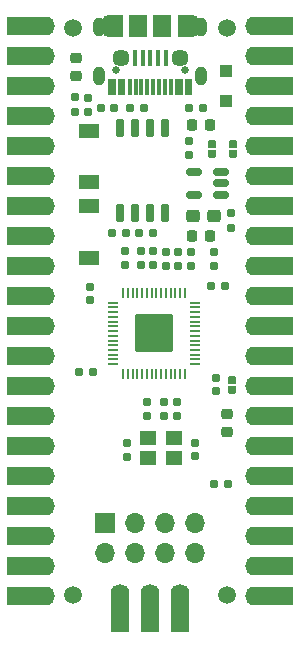
<source format=gbr>
%TF.GenerationSoftware,KiCad,Pcbnew,(6.0.7)*%
%TF.CreationDate,2022-09-23T08:48:44+05:30*%
%TF.ProjectId,Mitayi-Pico-RP2040,4d697461-7969-42d5-9069-636f2d525032,0.4*%
%TF.SameCoordinates,PX825e060PY6d4a840*%
%TF.FileFunction,Soldermask,Top*%
%TF.FilePolarity,Negative*%
%FSLAX46Y46*%
G04 Gerber Fmt 4.6, Leading zero omitted, Abs format (unit mm)*
G04 Created by KiCad (PCBNEW (6.0.7)) date 2022-09-23 08:48:44*
%MOMM*%
%LPD*%
G01*
G04 APERTURE LIST*
G04 Aperture macros list*
%AMRoundRect*
0 Rectangle with rounded corners*
0 $1 Rounding radius*
0 $2 $3 $4 $5 $6 $7 $8 $9 X,Y pos of 4 corners*
0 Add a 4 corners polygon primitive as box body*
4,1,4,$2,$3,$4,$5,$6,$7,$8,$9,$2,$3,0*
0 Add four circle primitives for the rounded corners*
1,1,$1+$1,$2,$3*
1,1,$1+$1,$4,$5*
1,1,$1+$1,$6,$7*
1,1,$1+$1,$8,$9*
0 Add four rect primitives between the rounded corners*
20,1,$1+$1,$2,$3,$4,$5,0*
20,1,$1+$1,$4,$5,$6,$7,0*
20,1,$1+$1,$6,$7,$8,$9,0*
20,1,$1+$1,$8,$9,$2,$3,0*%
%AMFreePoly0*
4,1,13,-0.340000,0.160000,-0.327821,0.221229,-0.293137,0.273137,-0.241229,0.307821,-0.180000,0.320000,0.340000,0.320000,0.340000,-0.320000,-0.180000,-0.320000,-0.241229,-0.307821,-0.293137,-0.273137,-0.327821,-0.221229,-0.340000,-0.160000,-0.340000,0.160000,-0.340000,0.160000,$1*%
%AMFreePoly1*
4,1,13,-0.340000,0.320000,0.180000,0.320000,0.241229,0.307821,0.293137,0.273137,0.327821,0.221229,0.340000,0.160000,0.340000,-0.160000,0.327821,-0.221229,0.293137,-0.273137,0.241229,-0.307821,0.180000,-0.320000,-0.340000,-0.320000,-0.340000,0.320000,-0.340000,0.320000,$1*%
G04 Aperture macros list end*
%ADD10FreePoly0,270.000000*%
%ADD11FreePoly1,270.000000*%
%ADD12RoundRect,0.218750X0.256250X-0.218750X0.256250X0.218750X-0.256250X0.218750X-0.256250X-0.218750X0*%
%ADD13RoundRect,0.155000X0.155000X-0.212500X0.155000X0.212500X-0.155000X0.212500X-0.155000X-0.212500X0*%
%ADD14RoundRect,0.225000X0.225000X0.250000X-0.225000X0.250000X-0.225000X-0.250000X0.225000X-0.250000X0*%
%ADD15RoundRect,0.155000X0.212500X0.155000X-0.212500X0.155000X-0.212500X-0.155000X0.212500X-0.155000X0*%
%ADD16RoundRect,0.160000X0.197500X0.160000X-0.197500X0.160000X-0.197500X-0.160000X0.197500X-0.160000X0*%
%ADD17C,1.500000*%
%ADD18RoundRect,0.160000X-0.160000X0.197500X-0.160000X-0.197500X0.160000X-0.197500X0.160000X0.197500X0*%
%ADD19RoundRect,0.155000X-0.212500X-0.155000X0.212500X-0.155000X0.212500X0.155000X-0.212500X0.155000X0*%
%ADD20RoundRect,0.050000X-0.387500X-0.050000X0.387500X-0.050000X0.387500X0.050000X-0.387500X0.050000X0*%
%ADD21RoundRect,0.050000X-0.050000X-0.387500X0.050000X-0.387500X0.050000X0.387500X-0.050000X0.387500X0*%
%ADD22RoundRect,0.144000X-1.456000X-1.456000X1.456000X-1.456000X1.456000X1.456000X-1.456000X1.456000X0*%
%ADD23RoundRect,0.155000X-0.155000X0.212500X-0.155000X-0.212500X0.155000X-0.212500X0.155000X0.212500X0*%
%ADD24RoundRect,0.150000X0.150000X-0.650000X0.150000X0.650000X-0.150000X0.650000X-0.150000X-0.650000X0*%
%ADD25O,1.600000X1.700000*%
%ADD26R,1.600000X3.200000*%
%ADD27FreePoly0,90.000000*%
%ADD28FreePoly1,90.000000*%
%ADD29RoundRect,0.225000X-0.225000X-0.250000X0.225000X-0.250000X0.225000X0.250000X-0.225000X0.250000X0*%
%ADD30C,0.670000*%
%ADD31R,0.300000X1.450000*%
%ADD32RoundRect,0.500000X0.000000X0.300000X0.000000X0.300000X0.000000X-0.300000X0.000000X-0.300000X0*%
%ADD33R,1.400000X1.200000*%
%ADD34RoundRect,0.160000X0.160000X-0.197500X0.160000X0.197500X-0.160000X0.197500X-0.160000X-0.197500X0*%
%ADD35R,1.000000X1.000000*%
%ADD36R,0.400000X1.350000*%
%ADD37R,1.500000X1.900000*%
%ADD38O,1.200000X1.900000*%
%ADD39C,1.450000*%
%ADD40R,1.200000X1.900000*%
%ADD41R,1.700000X1.150000*%
%ADD42R,3.200000X1.600000*%
%ADD43O,1.700000X1.600000*%
%ADD44RoundRect,0.250000X-0.312500X-0.275000X0.312500X-0.275000X0.312500X0.275000X-0.312500X0.275000X0*%
%ADD45RoundRect,0.160000X-0.197500X-0.160000X0.197500X-0.160000X0.197500X0.160000X-0.197500X0.160000X0*%
%ADD46RoundRect,0.150000X0.512500X0.150000X-0.512500X0.150000X-0.512500X-0.150000X0.512500X-0.150000X0*%
%ADD47R,1.700000X1.700000*%
%ADD48O,1.700000X1.700000*%
G04 APERTURE END LIST*
D10*
%TO.C,JP5*%
X17400000Y19730000D03*
D11*
X17400000Y18850000D03*
%TD*%
D12*
%TO.C,D2*%
X17030000Y15262500D03*
X17030000Y16837500D03*
%TD*%
D13*
%TO.C,C17*%
X8510000Y13212500D03*
X8510000Y14347500D03*
%TD*%
%TO.C,C12*%
X5430000Y26442500D03*
X5430000Y27577500D03*
%TD*%
D14*
%TO.C,C13*%
X15585000Y41290000D03*
X14035000Y41290000D03*
%TD*%
D15*
%TO.C,C6*%
X5647500Y20400000D03*
X4512500Y20400000D03*
%TD*%
D13*
%TO.C,C11*%
X15905000Y29362500D03*
X15905000Y30497500D03*
%TD*%
%TO.C,C19*%
X5240000Y42422500D03*
X5240000Y43557500D03*
%TD*%
D16*
%TO.C,R2*%
X8447500Y32170000D03*
X7252500Y32170000D03*
%TD*%
%TO.C,R7*%
X17067500Y10860000D03*
X15872500Y10860000D03*
%TD*%
D17*
%TO.C,H3*%
X17000000Y1490000D03*
%TD*%
D18*
%TO.C,R10*%
X10220000Y17817500D03*
X10220000Y16622500D03*
%TD*%
D19*
%TO.C,C10*%
X15662500Y27630000D03*
X16797500Y27630000D03*
%TD*%
D20*
%TO.C,U3*%
X7382500Y26230000D03*
X7382500Y25830000D03*
X7382500Y25430000D03*
X7382500Y25030000D03*
X7382500Y24630000D03*
X7382500Y24230000D03*
X7382500Y23830000D03*
X7382500Y23430000D03*
X7382500Y23030000D03*
X7382500Y22630000D03*
X7382500Y22230000D03*
X7382500Y21830000D03*
X7382500Y21430000D03*
X7382500Y21030000D03*
D21*
X8220000Y20192500D03*
X8620000Y20192500D03*
X9020000Y20192500D03*
X9420000Y20192500D03*
X9820000Y20192500D03*
X10220000Y20192500D03*
X10620000Y20192500D03*
X11020000Y20192500D03*
X11420000Y20192500D03*
X11820000Y20192500D03*
X12220000Y20192500D03*
X12620000Y20192500D03*
X13020000Y20192500D03*
X13420000Y20192500D03*
D20*
X14257500Y21030000D03*
X14257500Y21430000D03*
X14257500Y21830000D03*
X14257500Y22230000D03*
X14257500Y22630000D03*
X14257500Y23030000D03*
X14257500Y23430000D03*
X14257500Y23830000D03*
X14257500Y24230000D03*
X14257500Y24630000D03*
X14257500Y25030000D03*
X14257500Y25430000D03*
X14257500Y25830000D03*
X14257500Y26230000D03*
D21*
X13420000Y27067500D03*
X13020000Y27067500D03*
X12620000Y27067500D03*
X12220000Y27067500D03*
X11820000Y27067500D03*
X11420000Y27067500D03*
X11020000Y27067500D03*
X10620000Y27067500D03*
X10220000Y27067500D03*
X9820000Y27067500D03*
X9420000Y27067500D03*
X9020000Y27067500D03*
X8620000Y27067500D03*
X8220000Y27067500D03*
D22*
X10820000Y23630000D03*
%TD*%
D18*
%TO.C,R5*%
X11825000Y30547500D03*
X11825000Y29352500D03*
%TD*%
D23*
%TO.C,C2*%
X12750000Y17797500D03*
X12750000Y16662500D03*
%TD*%
D24*
%TO.C,U1*%
X7955000Y33850000D03*
X9225000Y33850000D03*
X10495000Y33850000D03*
X11765000Y33850000D03*
X11765000Y41050000D03*
X10495000Y41050000D03*
X9225000Y41050000D03*
X7955000Y41050000D03*
%TD*%
D13*
%TO.C,C5*%
X10720000Y29457500D03*
X10720000Y30592500D03*
%TD*%
D16*
%TO.C,R1*%
X10777500Y32170000D03*
X9582500Y32170000D03*
%TD*%
D13*
%TO.C,C4*%
X13930000Y29372500D03*
X13930000Y30507500D03*
%TD*%
D19*
%TO.C,C1*%
X6342500Y42700000D03*
X7477500Y42700000D03*
%TD*%
D25*
%TO.C,J5*%
X7950000Y1600000D03*
D26*
X7950000Y-10000D03*
D25*
X10490000Y1600000D03*
D26*
X10490000Y-10000D03*
D25*
X13030000Y1600000D03*
D26*
X13030000Y-10000D03*
%TD*%
D27*
%TO.C,JP1*%
X17500000Y38810000D03*
D28*
X17500000Y39690000D03*
%TD*%
D18*
%TO.C,R9*%
X17300000Y33787500D03*
X17300000Y32592500D03*
%TD*%
D13*
%TO.C,C9*%
X11630000Y16652500D03*
X11630000Y17787500D03*
%TD*%
D23*
%TO.C,C8*%
X16100000Y19877500D03*
X16100000Y18742500D03*
%TD*%
D29*
%TO.C,C15*%
X14015000Y31920000D03*
X15565000Y31920000D03*
%TD*%
D17*
%TO.C,H2*%
X4000000Y1490000D03*
%TD*%
D30*
%TO.C,J2*%
X7610000Y45920000D03*
X13410000Y45920000D03*
D31*
X13910000Y44470000D03*
X13110000Y44470000D03*
X11760000Y44470000D03*
X10760000Y44470000D03*
X10260000Y44470000D03*
X9260000Y44470000D03*
X7910000Y44470000D03*
X7110000Y44470000D03*
X7410000Y44470000D03*
X8210000Y44470000D03*
X8760000Y44470000D03*
X9760000Y44470000D03*
X11260000Y44470000D03*
X12260000Y44470000D03*
X12810000Y44470000D03*
X13610000Y44470000D03*
D32*
X14830000Y45390000D03*
X6190000Y45390000D03*
X14830000Y49570000D03*
X6190000Y49570000D03*
%TD*%
D13*
%TO.C,C16*%
X13760000Y38752500D03*
X13760000Y39887500D03*
%TD*%
D10*
%TO.C,JP4*%
X15750000Y39690000D03*
D11*
X15750000Y38810000D03*
%TD*%
D16*
%TO.C,R4*%
X9947500Y42700000D03*
X8752500Y42700000D03*
%TD*%
D33*
%TO.C,Y1*%
X10330000Y13100000D03*
X12530000Y13100000D03*
X12530000Y14800000D03*
X10330000Y14800000D03*
%TD*%
D34*
%TO.C,R8*%
X4170000Y42422500D03*
X4170000Y43617500D03*
%TD*%
D35*
%TO.C,D1*%
X16900000Y43350000D03*
X16900000Y45850000D03*
%TD*%
D12*
%TO.C,D3*%
X4200000Y45412500D03*
X4200000Y46987500D03*
%TD*%
D17*
%TO.C,H4*%
X17000000Y49490000D03*
%TD*%
D36*
%TO.C,J6*%
X11810000Y46937500D03*
X11160000Y46937500D03*
X10510000Y46937500D03*
X9860000Y46937500D03*
X9210000Y46937500D03*
D37*
X11510000Y49637500D03*
D38*
X7010000Y49637500D03*
D39*
X13010000Y46937500D03*
D40*
X13410000Y49637500D03*
D39*
X8010000Y46937500D03*
D38*
X14010000Y49637500D03*
D40*
X7610000Y49637500D03*
D37*
X9510000Y49637500D03*
%TD*%
D17*
%TO.C,H1*%
X4000000Y49490000D03*
%TD*%
D41*
%TO.C,SW1*%
X5300000Y40775000D03*
X5300000Y36425000D03*
%TD*%
D23*
%TO.C,C18*%
X14330000Y14377500D03*
X14330000Y13242500D03*
%TD*%
D13*
%TO.C,C7*%
X9720000Y29462500D03*
X9720000Y30597500D03*
%TD*%
D18*
%TO.C,R6*%
X12825000Y30547500D03*
X12825000Y29352500D03*
%TD*%
D42*
%TO.C,J3*%
X-10000Y49700000D03*
D43*
X1600000Y49700000D03*
D42*
X-10000Y47160000D03*
D43*
X1600000Y47160000D03*
D42*
X-10000Y44620000D03*
D43*
X1600000Y44620000D03*
D42*
X-10000Y42080000D03*
D43*
X1600000Y42080000D03*
X1600000Y39540000D03*
D42*
X-10000Y39540000D03*
D43*
X1600000Y37000000D03*
D42*
X-10000Y37000000D03*
X-10000Y34460000D03*
D43*
X1600000Y34460000D03*
D42*
X-10000Y31920000D03*
D43*
X1600000Y31920000D03*
X1600000Y29380000D03*
D42*
X-10000Y29380000D03*
X-10000Y26840000D03*
D43*
X1600000Y26840000D03*
D42*
X-10000Y24300000D03*
D43*
X1600000Y24300000D03*
D42*
X-10000Y21760000D03*
D43*
X1600000Y21760000D03*
D42*
X-10000Y19220000D03*
D43*
X1600000Y19220000D03*
D42*
X-10000Y16680000D03*
D43*
X1600000Y16680000D03*
D42*
X-10000Y14140000D03*
D43*
X1600000Y14140000D03*
D42*
X-10000Y11600000D03*
D43*
X1600000Y11600000D03*
X1600000Y9060000D03*
D42*
X-10000Y9060000D03*
X-10000Y6520000D03*
D43*
X1600000Y6520000D03*
D42*
X-10000Y3980000D03*
D43*
X1600000Y3980000D03*
D42*
X-10000Y1440000D03*
D43*
X1600000Y1440000D03*
%TD*%
D44*
%TO.C,C14*%
X14147500Y33600000D03*
X15922500Y33600000D03*
%TD*%
D45*
%TO.C,R3*%
X13802500Y42700000D03*
X14997500Y42700000D03*
%TD*%
D46*
%TO.C,U2*%
X16487500Y35380000D03*
X16487500Y36330000D03*
X16487500Y37280000D03*
X14212500Y37280000D03*
X14212500Y35380000D03*
%TD*%
D18*
%TO.C,R11*%
X8330000Y30627500D03*
X8330000Y29432500D03*
%TD*%
D41*
%TO.C,SW2*%
X5285000Y30060000D03*
X5285000Y34410000D03*
%TD*%
D47*
%TO.C,J1*%
X6675000Y7600000D03*
D48*
X6675000Y5060000D03*
X9215000Y7600000D03*
X9215000Y5060000D03*
X11755000Y7600000D03*
X11755000Y5060000D03*
X14295000Y7600000D03*
X14295000Y5060000D03*
%TD*%
D42*
%TO.C,J4*%
X21010000Y49700000D03*
D43*
X19400000Y49700000D03*
D42*
X21010000Y47160000D03*
D43*
X19400000Y47160000D03*
D42*
X21010000Y44620000D03*
D43*
X19400000Y44620000D03*
X19400000Y42080000D03*
D42*
X21010000Y42080000D03*
D43*
X19400000Y39540000D03*
D42*
X21010000Y39540000D03*
X21010000Y37000000D03*
D43*
X19400000Y37000000D03*
D42*
X21010000Y34460000D03*
D43*
X19400000Y34460000D03*
X19400000Y31920000D03*
D42*
X21010000Y31920000D03*
X21010000Y29380000D03*
D43*
X19400000Y29380000D03*
D42*
X21010000Y26840000D03*
D43*
X19400000Y26840000D03*
D42*
X21010000Y24300000D03*
D43*
X19400000Y24300000D03*
D42*
X21010000Y21760000D03*
D43*
X19400000Y21760000D03*
X19400000Y19220000D03*
D42*
X21010000Y19220000D03*
D43*
X19400000Y16680000D03*
D42*
X21010000Y16680000D03*
X21010000Y14140000D03*
D43*
X19400000Y14140000D03*
X19400000Y11600000D03*
D42*
X21010000Y11600000D03*
X21010000Y9060000D03*
D43*
X19400000Y9060000D03*
X19400000Y6520000D03*
D42*
X21010000Y6520000D03*
X21010000Y3980000D03*
D43*
X19400000Y3980000D03*
D42*
X21010000Y1440000D03*
D43*
X19400000Y1440000D03*
%TD*%
M02*

</source>
